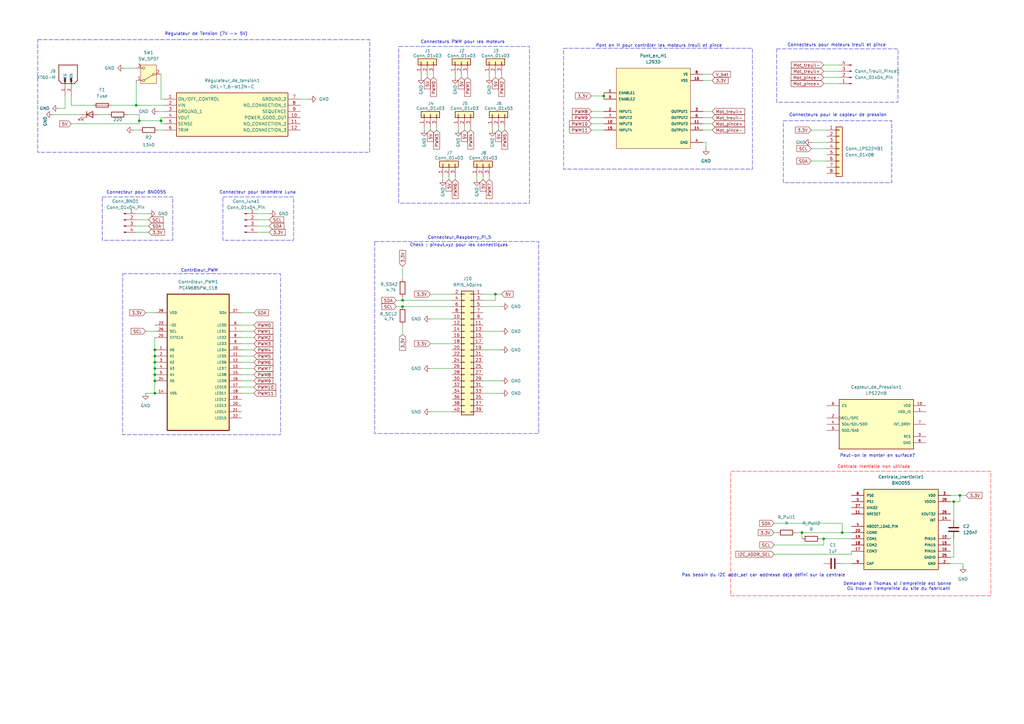
<source format=kicad_sch>
(kicad_sch (version 20250114) (generator "eeschema") (generator_version "9.0")
  (paper "A3")
  (title_block (title "Schéma de la carte électronique principale - Projet COBRA 2025") (date "2025-11-28") (company "ENS Paris-Saclay - Anis SAMLALI, Matisse Morote--Humbert, Lucie Stagnavo, Lisa Wu"))
  (rectangle (start 321.31 49.53) (end 365.76 74.93) (stroke (width 0) (type dash)))
  (rectangle (start 70.866 97.536) (end 70.866 97.536))
  (rectangle (start 120.396 97.536) (end 120.396 97.536))
  (rectangle (start 163.576 19.05) (end 217.17 83.312) (stroke (width 0) (type dash)))
  (rectangle (start 231.14 19.812) (end 308.61 69.342) (stroke (width 0) (type dash)))
  (rectangle (start 318.516 20.066) (end 368.3 41.91) (stroke (width 0) (type dash)))
  (rectangle (start 299.72 193.294) (end 406.4 244.348) (stroke (width 0) (type dash) (color 254 0 0 1)))
  (rectangle (start 50.292 112.268) (end 115.062 178.308) (stroke (width 0) (type dash)))
  (rectangle (start 15.494 16.256) (end 151.638 62.484) (stroke (width 0) (type dash)))
  (rectangle (start 91.44 80.772) (end 120.396 98.552) (stroke (width 0) (type dash)))
  (rectangle (start 41.91 80.772) (end 70.866 98.552) (stroke (width 0) (type dash)))
  (rectangle (start 153.67 99.06) (end 220.98 177.8) (stroke (width 0) (type dash)))
  (text "Pas beosin du I2C addr_sel car addresse déjà défini sur la centrale\n" (at 313.182 235.966 0) (effects (font (size 1.27 1.27))))
  (text "Pont en H pour contrôler les moteurs treuil et pince\n" (at 270.256 18.796 0) (effects (font (size 1.27 1.27))))
  (text "Connecteur_Raspberry_Pi_5\n" (at 188.468 97.536 0) (effects (font (size 1.27 1.27))))
  (text "Connecteurs PWM pour les moteurs \n" (at 190.246 17.272 0) (effects (font (size 1.27 1.27))))
  (text "Check : pinout.xyz pour les connectiques\n" (at 188.214 100.584 0) (effects (font (size 1.27 1.27))))
  (text "Régulateur de Tension (7V -> 5V)\n" (at 84.582 13.97 0) (effects (font (size 1.27 1.27))))
  (text "Connecteurs pour le capteur de pression\n" (at 343.662 47.244 0) (effects (font (size 1.27 1.27))))
  (text "Contrôleur_PWM\n" (at 81.788 110.998 0) (effects (font (size 1.27 1.27))))
  (text "Centrale Inertielle non utilisée\n" (at 358.394 191.516 0) (effects (font (size 1.27 1.27))))
  (text "Connecteurs pour moteurs treuil et pince" (at 343.154 18.542 0) (effects (font (size 1.27 1.27))))
  (text "Connecteur pour BNO055\n" (at 55.88 78.994 0) (effects (font (size 1.27 1.27))))
  (text "Demander à Thomas si l'empreinte est bonne \nOù trouver l'empreinte du site du fabricant\n" (at 368.554 240.538 0) (effects (font (size 1.27 1.27))))
  (text "Peut-on le monter en surface?" (at 359.918 186.944 0) (effects (font (size 1.27 1.27))))
  (text "Connecteur pour télémètre Luna\n\n\n" (at 105.664 81.026 0) (effects (font (size 1.27 1.27))))
  (junction (at 63.5 146.05))
  (junction (at 63.5 156.21))
  (junction (at 393.7 203.2))
  (junction (at 328.93 218.44))
  (junction (at 55.88 43.18))
  (junction (at 345.44 218.44))
  (junction (at 203.2 120.65))
  (junction (at 63.5 143.51))
  (junction (at 63.5 153.67))
  (junction (at 165.1 123.19))
  (junction (at 391.16 205.74))
  (junction (at 57.15 49.53))
  (junction (at 165.1 125.73))
  (junction (at 63.5 161.29))
  (junction (at 66.04 49.53))
  (junction (at 247.65 39.37))
  (junction (at 337.82 220.98))
  (junction (at 63.5 148.59))
  (junction (at 63.5 151.13))
  (wire (pts (xy 123.19 40.64) (xy 127 40.64)))
  (wire (pts (xy 59.69 128.27) (xy 63.5 128.27)))
  (wire (pts (xy 165.1 123.19) (xy 165.1 121.92)))
  (wire (pts (xy 332.74 58.42) (xy 339.09 58.42)))
  (wire (pts (xy 66.04 49.53) (xy 66.04 50.8)))
  (wire (pts (xy 165.1 109.22) (xy 165.1 114.3)))
  (wire (pts (xy 337.82 220.98) (xy 337.82 223.52)))
  (wire (pts (xy 105.41 92.71) (xy 110.49 92.71)))
  (wire (pts (xy 337.82 34.29) (xy 344.17 34.29)))
  (wire (pts (xy 172.72 30.48) (xy 172.72 31.75)))
  (wire (pts (xy 99.06 153.67) (xy 104.14 153.67)))
  (wire (pts (xy 99.06 158.75) (xy 104.14 158.75)))
  (wire (pts (xy 59.69 161.29) (xy 63.5 161.29)))
  (wire (pts (xy 337.82 29.21) (xy 344.17 29.21)))
  (wire (pts (xy 66.04 48.26) (xy 67.31 48.26)))
  (wire (pts (xy 389.89 203.2) (xy 393.7 203.2)))
  (wire (pts (xy 204.47 52.07) (xy 204.47 53.34)))
  (wire (pts (xy 29.21 43.18) (xy 38.1 43.18)))
  (wire (pts (xy 67.31 50.8) (xy 66.04 50.8)))
  (wire (pts (xy 337.82 220.98) (xy 349.25 220.98)))
  (wire (pts (xy 165.1 123.19) (xy 185.42 123.19)))
  (wire (pts (xy 187.96 52.07) (xy 187.96 53.34)))
  (wire (pts (xy 165.1 133.35) (xy 165.1 137.16)))
  (wire (pts (xy 175.26 30.48) (xy 175.26 31.75)))
  (wire (pts (xy 66.04 30.48) (xy 66.04 40.64)))
  (wire (pts (xy 336.55 220.98) (xy 337.82 220.98)))
  (wire (pts (xy 99.06 140.97) (xy 104.14 140.97)))
  (wire (pts (xy 29.21 50.8) (xy 57.15 50.8)))
  (wire (pts (xy 66.04 48.26) (xy 66.04 49.53)))
  (wire (pts (xy 191.77 30.48) (xy 191.77 31.75)))
  (wire (pts (xy 288.29 50.8) (xy 292.1 50.8)))
  (wire (pts (xy 63.5 143.51) (xy 63.5 146.05)))
  (wire (pts (xy 242.57 39.37) (xy 247.65 39.37)))
  (wire (pts (xy 349.25 227.33) (xy 349.25 226.06)))
  (wire (pts (xy 394.97 231.14) (xy 394.97 232.41)))
  (wire (pts (xy 332.74 60.96) (xy 339.09 60.96)))
  (wire (pts (xy 242.57 45.72) (xy 247.65 45.72)))
  (wire (pts (xy 198.12 123.19) (xy 203.2 123.19)))
  (wire (pts (xy 195.58 72.39) (xy 195.58 73.66)))
  (wire (pts (xy 242.57 53.34) (xy 247.65 53.34)))
  (wire (pts (xy 205.74 30.48) (xy 205.74 31.75)))
  (wire (pts (xy 198.12 135.89) (xy 205.74 135.89)))
  (wire (pts (xy 177.8 30.48) (xy 177.8 31.75)))
  (wire (pts (xy 63.5 156.21) (xy 63.5 161.29)))
  (wire (pts (xy 59.69 135.89) (xy 63.5 135.89)))
  (wire (pts (xy 66.04 40.64) (xy 67.31 40.64)))
  (wire (pts (xy 99.06 146.05) (xy 104.14 146.05)))
  (wire (pts (xy 391.16 213.36) (xy 391.16 205.74)))
  (wire (pts (xy 50.8 27.94) (xy 55.88 27.94)))
  (wire (pts (xy 345.44 218.44) (xy 349.25 218.44)))
  (wire (pts (xy 198.12 161.29) (xy 205.74 161.29)))
  (wire (pts (xy 63.5 148.59) (xy 63.5 151.13)))
  (wire (pts (xy 189.23 30.48) (xy 189.23 31.75)))
  (wire (pts (xy 162.56 123.19) (xy 165.1 123.19)))
  (wire (pts (xy 317.5 214.63) (xy 345.44 214.63)))
  (wire (pts (xy 63.5 151.13) (xy 63.5 153.67)))
  (wire (pts (xy 57.15 46.99) (xy 57.15 49.53)))
  (wire (pts (xy 44.45 46.99) (xy 40.64 46.99)))
  (wire (pts (xy 198.12 143.51) (xy 205.74 143.51)))
  (wire (pts (xy 186.69 72.39) (xy 186.69 73.66)))
  (wire (pts (xy 176.53 151.13) (xy 185.42 151.13)))
  (wire (pts (xy 57.15 49.53) (xy 57.15 50.8)))
  (wire (pts (xy 203.2 120.65) (xy 205.74 120.65)))
  (wire (pts (xy 55.88 43.18) (xy 67.31 43.18)))
  (wire (pts (xy 55.88 33.02) (xy 55.88 43.18)))
  (wire (pts (xy 288.29 58.42) (xy 289.56 58.42)))
  (wire (pts (xy 193.04 52.07) (xy 193.04 53.34)))
  (wire (pts (xy 247.65 38.1) (xy 247.65 39.37)))
  (wire (pts (xy 29.21 43.18) (xy 29.21 39.37)))
  (wire (pts (xy 242.57 48.26) (xy 247.65 48.26)))
  (wire (pts (xy 288.29 48.26) (xy 292.1 48.26)))
  (wire (pts (xy 391.16 205.74) (xy 393.7 205.74)))
  (wire (pts (xy 393.7 203.2) (xy 396.24 203.2)))
  (wire (pts (xy 33.02 46.99) (xy 21.59 46.99)))
  (wire (pts (xy 317.5 227.33) (xy 349.25 227.33)))
  (wire (pts (xy 55.88 92.71) (xy 60.96 92.71)))
  (wire (pts (xy 173.99 52.07) (xy 173.99 53.34)))
  (wire (pts (xy 201.93 52.07) (xy 201.93 53.34)))
  (wire (pts (xy 198.12 156.21) (xy 205.74 156.21)))
  (wire (pts (xy 389.89 231.14) (xy 394.97 231.14)))
  (wire (pts (xy 176.53 130.81) (xy 185.42 130.81)))
  (wire (pts (xy 198.12 72.39) (xy 198.12 73.66)))
  (wire (pts (xy 207.01 52.07) (xy 207.01 53.34)))
  (wire (pts (xy 337.82 31.75) (xy 344.17 31.75)))
  (wire (pts (xy 176.53 120.65) (xy 185.42 120.65)))
  (wire (pts (xy 99.06 151.13) (xy 104.14 151.13)))
  (wire (pts (xy 99.06 143.51) (xy 104.14 143.51)))
  (wire (pts (xy 64.77 45.72) (xy 67.31 45.72)))
  (wire (pts (xy 190.5 52.07) (xy 190.5 53.34)))
  (wire (pts (xy 55.88 95.25) (xy 60.96 95.25)))
  (wire (pts (xy 162.56 125.73) (xy 165.1 125.73)))
  (wire (pts (xy 179.07 52.07) (xy 179.07 53.34)))
  (wire (pts (xy 52.07 46.99) (xy 57.15 46.99)))
  (wire (pts (xy 242.57 50.8) (xy 247.65 50.8)))
  (wire (pts (xy 200.66 72.39) (xy 200.66 73.66)))
  (wire (pts (xy 63.5 146.05) (xy 63.5 148.59)))
  (wire (pts (xy 332.74 66.04) (xy 339.09 66.04)))
  (wire (pts (xy 99.06 133.35) (xy 104.14 133.35)))
  (wire (pts (xy 99.06 138.43) (xy 104.14 138.43)))
  (wire (pts (xy 176.53 140.97) (xy 185.42 140.97)))
  (wire (pts (xy 328.93 218.44) (xy 345.44 218.44)))
  (wire (pts (xy 288.29 30.48) (xy 292.1 30.48)))
  (wire (pts (xy 45.72 43.18) (xy 55.88 43.18)))
  (wire (pts (xy 105.41 90.17) (xy 110.49 90.17)))
  (wire (pts (xy 247.65 39.37) (xy 247.65 40.64)))
  (wire (pts (xy 105.41 95.25) (xy 110.49 95.25)))
  (wire (pts (xy 26.67 39.37) (xy 26.67 44.45)))
  (wire (pts (xy 391.16 220.98) (xy 391.16 228.6)))
  (wire (pts (xy 203.2 123.19) (xy 203.2 120.65)))
  (wire (pts (xy 63.5 153.67) (xy 63.5 156.21)))
  (wire (pts (xy 332.74 53.34) (xy 339.09 53.34)))
  (wire (pts (xy 63.5 138.43) (xy 63.5 143.51)))
  (wire (pts (xy 26.67 44.45) (xy 24.13 44.45)))
  (wire (pts (xy 186.69 30.48) (xy 186.69 31.75)))
  (wire (pts (xy 200.66 30.48) (xy 200.66 31.75)))
  (wire (pts (xy 317.5 223.52) (xy 337.82 223.52)))
  (wire (pts (xy 55.88 87.63) (xy 60.96 87.63)))
  (wire (pts (xy 198.12 120.65) (xy 203.2 120.65)))
  (wire (pts (xy 326.39 218.44) (xy 328.93 218.44)))
  (wire (pts (xy 393.7 205.74) (xy 393.7 203.2)))
  (wire (pts (xy 99.06 148.59) (xy 104.14 148.59)))
  (wire (pts (xy 288.29 45.72) (xy 292.1 45.72)))
  (wire (pts (xy 105.41 87.63) (xy 110.49 87.63)))
  (wire (pts (xy 54.61 53.34) (xy 57.15 53.34)))
  (wire (pts (xy 337.82 26.67) (xy 344.17 26.67)))
  (wire (pts (xy 99.06 135.89) (xy 104.14 135.89)))
  (wire (pts (xy 288.29 33.02) (xy 292.1 33.02)))
  (wire (pts (xy 198.12 125.73) (xy 205.74 125.73)))
  (wire (pts (xy 57.15 49.53) (xy 66.04 49.53)))
  (wire (pts (xy 165.1 125.73) (xy 185.42 125.73)))
  (wire (pts (xy 391.16 228.6) (xy 389.89 228.6)))
  (wire (pts (xy 289.56 58.42) (xy 289.56 60.96)))
  (wire (pts (xy 328.93 218.44) (xy 328.93 220.98)))
  (wire (pts (xy 389.89 205.74) (xy 391.16 205.74)))
  (wire (pts (xy 99.06 128.27) (xy 104.14 128.27)))
  (wire (pts (xy 345.44 231.14) (xy 349.25 231.14)))
  (wire (pts (xy 99.06 156.21) (xy 104.14 156.21)))
  (wire (pts (xy 176.53 52.07) (xy 176.53 53.34)))
  (wire (pts (xy 64.77 53.34) (xy 67.31 53.34)))
  (wire (pts (xy 203.2 30.48) (xy 203.2 31.75)))
  (wire (pts (xy 99.06 161.29) (xy 104.14 161.29)))
  (wire (pts (xy 345.44 214.63) (xy 345.44 218.44)))
  (wire (pts (xy 55.88 90.17) (xy 60.96 90.17)))
  (wire (pts (xy 176.53 168.91) (xy 185.42 168.91)))
  (wire (pts (xy 184.15 72.39) (xy 184.15 73.66)))
  (wire (pts (xy 317.5 218.44) (xy 318.77 218.44)))
  (wire (pts (xy 288.29 53.34) (xy 292.1 53.34)))
  (wire (pts (xy 181.61 72.39) (xy 181.61 73.66)))
  (global_label "Mot_pince-" (shape input) (at 292.1 53.34 0) (property "Intersheetrefs" "${INTERSHEET_REFS}" (effects (hide yes))))
  (global_label "3.3V" (shape input) (at 110.49 95.25 0) (property "Intersheetrefs" "${INTERSHEET_REFS}" (effects (hide yes))))
  (global_label "PWM3" (shape input) (at 104.14 140.97 0) (property "Intersheetrefs" "${INTERSHEET_REFS}" (effects (hide yes))))
  (global_label "5V" (shape input) (at 190.5 53.34 270) (property "Intersheetrefs" "${INTERSHEET_REFS}" (effects (hide yes))))
  (global_label "PWM0" (shape input) (at 177.8 31.75 270) (property "Intersheetrefs" "${INTERSHEET_REFS}" (effects (hide yes))))
  (global_label "5V" (shape input) (at 175.26 31.75 270) (property "Intersheetrefs" "${INTERSHEET_REFS}" (effects (hide yes))))
  (global_label "PWM7" (shape input) (at 200.66 73.66 270) (property "Intersheetrefs" "${INTERSHEET_REFS}" (effects (hide yes))))
  (global_label "PWM4" (shape input) (at 193.04 53.34 270) (property "Intersheetrefs" "${INTERSHEET_REFS}" (effects (hide yes))))
  (global_label "PWM3" (shape input) (at 179.07 53.34 270) (property "Intersheetrefs" "${INTERSHEET_REFS}" (effects (hide yes))))
  (global_label "SDA" (shape input) (at 104.14 128.27 0) (property "Intersheetrefs" "${INTERSHEET_REFS}" (effects (hide yes))))
  (global_label "3.3V" (shape input) (at 165.1 109.22 90) (property "Intersheetrefs" "${INTERSHEET_REFS}" (effects (hide yes))))
  (global_label "PWM8" (shape input) (at 104.14 153.67 0) (property "Intersheetrefs" "${INTERSHEET_REFS}" (effects (hide yes))))
  (global_label "5V" (shape input) (at 189.23 31.75 270) (property "Intersheetrefs" "${INTERSHEET_REFS}" (effects (hide yes))))
  (global_label "PWM0" (shape input) (at 104.14 133.35 0) (property "Intersheetrefs" "${INTERSHEET_REFS}" (effects (hide yes))))
  (global_label "I2C_ADDR_SEL" (shape input) (at 317.5 227.33 180) (property "Intersheetrefs" "${INTERSHEET_REFS}" (effects (hide yes))))
  (global_label "SCL" (shape input) (at 110.49 90.17 0) (property "Intersheetrefs" "${INTERSHEET_REFS}" (effects (hide yes))))
  (global_label "PWM9" (shape input) (at 104.14 156.21 0) (property "Intersheetrefs" "${INTERSHEET_REFS}" (effects (hide yes))))
  (global_label "SDA" (shape input) (at 332.74 66.04 180) (property "Intersheetrefs" "${INTERSHEET_REFS}" (effects (hide yes))))
  (global_label "SDA" (shape input) (at 317.5 214.63 180) (property "Intersheetrefs" "${INTERSHEET_REFS}" (effects (hide yes))))
  (global_label "SCL" (shape input) (at 317.5 223.52 180) (property "Intersheetrefs" "${INTERSHEET_REFS}" (effects (hide yes))))
  (global_label "3.3V" (shape input) (at 317.5 218.44 180) (property "Intersheetrefs" "${INTERSHEET_REFS}" (effects (hide yes))))
  (global_label "PWM5" (shape input) (at 104.14 146.05 0) (property "Intersheetrefs" "${INTERSHEET_REFS}" (effects (hide yes))))
  (global_label "Mot_treuil-" (shape input) (at 292.1 48.26 0) (property "Intersheetrefs" "${INTERSHEET_REFS}" (effects (hide yes))))
  (global_label "SCL" (shape input) (at 59.69 135.89 180) (property "Intersheetrefs" "${INTERSHEET_REFS}" (effects (hide yes))))
  (global_label "5V" (shape input) (at 204.47 53.34 270) (property "Intersheetrefs" "${INTERSHEET_REFS}" (effects (hide yes))))
  (global_label "PWM1" (shape input) (at 104.14 135.89 0) (property "Intersheetrefs" "${INTERSHEET_REFS}" (effects (hide yes))))
  (global_label "PWM4" (shape input) (at 104.14 143.51 0) (property "Intersheetrefs" "${INTERSHEET_REFS}" (effects (hide yes))))
  (global_label "PWM10" (shape input) (at 242.57 50.8 180) (property "Intersheetrefs" "${INTERSHEET_REFS}" (effects (hide yes))))
  (global_label "PWM2" (shape input) (at 104.14 138.43 0) (property "Intersheetrefs" "${INTERSHEET_REFS}" (effects (hide yes))))
  (global_label "SCL" (shape input) (at 332.74 60.96 180) (property "Intersheetrefs" "${INTERSHEET_REFS}" (effects (hide yes))))
  (global_label "3.3V" (shape input) (at 176.53 140.97 180) (property "Intersheetrefs" "${INTERSHEET_REFS}" (effects (hide yes))))
  (global_label "3.3V" (shape input) (at 59.69 128.27 180) (property "Intersheetrefs" "${INTERSHEET_REFS}" (effects (hide yes))))
  (global_label "PWM5" (shape input) (at 207.01 53.34 270) (property "Intersheetrefs" "${INTERSHEET_REFS}" (effects (hide yes))))
  (global_label "SDA" (shape input) (at 162.56 123.19 180) (property "Intersheetrefs" "${INTERSHEET_REFS}" (effects (hide yes))))
  (global_label "Mot_pince-" (shape input) (at 337.82 31.75 180) (property "Intersheetrefs" "${INTERSHEET_REFS}" (effects (hide yes))))
  (global_label "PWM2" (shape input) (at 205.74 31.75 270) (property "Intersheetrefs" "${INTERSHEET_REFS}" (effects (hide yes))))
  (global_label "Mot_treuil-" (shape input) (at 337.82 26.67 180) (property "Intersheetrefs" "${INTERSHEET_REFS}" (effects (hide yes))))
  (global_label "PWM8" (shape input) (at 242.57 45.72 180) (property "Intersheetrefs" "${INTERSHEET_REFS}" (effects (hide yes))))
  (global_label "5V" (shape input) (at 203.2 31.75 270) (property "Intersheetrefs" "${INTERSHEET_REFS}" (effects (hide yes))))
  (global_label "PWM11" (shape input) (at 104.14 161.29 0) (property "Intersheetrefs" "${INTERSHEET_REFS}" (effects (hide yes))))
  (global_label "3.3V" (shape input) (at 292.1 33.02 0) (property "Intersheetrefs" "${INTERSHEET_REFS}" (effects (hide yes))))
  (global_label "PWM1" (shape input) (at 191.77 31.75 270) (property "Intersheetrefs" "${INTERSHEET_REFS}" (effects (hide yes))))
  (global_label "5V" (shape input) (at 205.74 120.65 0) (property "Intersheetrefs" "${INTERSHEET_REFS}" (effects (hide yes))))
  (global_label "PWM7" (shape input) (at 104.14 151.13 0) (property "Intersheetrefs" "${INTERSHEET_REFS}" (effects (hide yes))))
  (global_label "5V" (shape input) (at 198.12 73.66 270) (property "Intersheetrefs" "${INTERSHEET_REFS}" (effects (hide yes))))
  (global_label "5V" (shape input) (at 29.21 50.8 180) (property "Intersheetrefs" "${INTERSHEET_REFS}" (effects (hide yes))))
  (global_label "SDA" (shape input) (at 110.49 92.71 0) (property "Intersheetrefs" "${INTERSHEET_REFS}" (effects (hide yes))))
  (global_label "SCL" (shape input) (at 60.96 90.17 0) (property "Intersheetrefs" "${INTERSHEET_REFS}" (effects (hide yes))))
  (global_label "5V" (shape input) (at 176.53 53.34 270) (property "Intersheetrefs" "${INTERSHEET_REFS}" (effects (hide yes))))
  (global_label "3.3V" (shape input) (at 165.1 137.16 270) (property "Intersheetrefs" "${INTERSHEET_REFS}" (effects (hide yes))))
  (global_label "PWM6" (shape input) (at 104.14 148.59 0) (property "Intersheetrefs" "${INTERSHEET_REFS}" (effects (hide yes))))
  (global_label "Mot_pince+" (shape input) (at 292.1 50.8 0) (property "Intersheetrefs" "${INTERSHEET_REFS}" (effects (hide yes))))
  (global_label "3.3V" (shape input) (at 396.24 203.2 0) (property "Intersheetrefs" "${INTERSHEET_REFS}" (effects (hide yes))))
  (global_label "3.3V" (shape input) (at 176.53 120.65 180) (property "Intersheetrefs" "${INTERSHEET_REFS}" (effects (hide yes))))
  (global_label "Mot_pince+" (shape input) (at 337.82 34.29 180) (property "Intersheetrefs" "${INTERSHEET_REFS}" (effects (hide yes))))
  (global_label "Mot_treuil+" (shape input) (at 337.82 29.21 180) (property "Intersheetrefs" "${INTERSHEET_REFS}" (effects (hide yes))))
  (global_label "3.3V" (shape input) (at 60.96 95.25 0) (property "Intersheetrefs" "${INTERSHEET_REFS}" (effects (hide yes))))
  (global_label "3.3V" (shape input) (at 242.57 39.37 180) (property "Intersheetrefs" "${INTERSHEET_REFS}" (effects (hide yes))))
  (global_label "3.3V" (shape input) (at 332.74 53.34 180) (property "Intersheetrefs" "${INTERSHEET_REFS}" (effects (hide yes))))
  (global_label "PWM6" (shape input) (at 186.69 73.66 270) (property "Intersheetrefs" "${INTERSHEET_REFS}" (effects (hide yes))))
  (global_label "PWM9" (shape input) (at 242.57 48.26 180) (property "Intersheetrefs" "${INTERSHEET_REFS}" (effects (hide yes))))
  (global_label "PWM10" (shape input) (at 104.14 158.75 0) (property "Intersheetrefs" "${INTERSHEET_REFS}" (effects (hide yes))))
  (global_label "PWM11" (shape input) (at 242.57 53.34 180) (property "Intersheetrefs" "${INTERSHEET_REFS}" (effects (hide yes))))
  (global_label "5V" (shape input) (at 184.15 73.66 270) (property "Intersheetrefs" "${INTERSHEET_REFS}" (effects (hide yes))))
  (global_label "V_bat" (shape input) (at 292.1 30.48 0) (property "Intersheetrefs" "${INTERSHEET_REFS}" (effects (hide yes))))
  (global_label "Mot_treuil+" (shape input) (at 292.1 45.72 0) (property "Intersheetrefs" "${INTERSHEET_REFS}" (effects (hide yes))))
  (global_label "SDA" (shape input) (at 60.96 92.71 0) (property "Intersheetrefs" "${INTERSHEET_REFS}" (effects (hide yes))))
  (global_label "SCL" (shape input) (at 162.56 125.73 180) (property "Intersheetrefs" "${INTERSHEET_REFS}" (effects (hide yes))))
  (symbol (lib_id "Librairie_symbole:LPS22HB") (at 359.41 173.99 0) (unit 1) (on_board no)
    (property "Reference" "Capteur_de_Pression1" (at 359.41 158.75 0))
    (property "Value" "LPS22HB" (at 359.41 161.29 0))
    (property "Footprint" "LPS22HB:LGA10R50P2X3_200X200X80" (effects (hide yes)))
    (property "MF" "STMicroelectronics" (effects (hide yes)))
    (property "Description_1" "Pressure Sensor 3.77PSI ~ 18.27PSI (26kPa ~ 126kPa) Absolute  24 b 10-WFLGA Exposed Pad" (effects (hide yes)))
    (property "Package" "WFLGA-10 STMicroelectronics" (effects (hide yes)))
    (property "Price" "None" (effects (hide yes)))
    (property "Check_prices" "https://www.snapeda.com/parts/LPS22HB/STMicroelectronics/view-part/?ref=eda" (effects (hide yes)))
    (property "SnapEDA_Link" "https://www.snapeda.com/parts/LPS22HB/STMicroelectronics/view-part/?ref=snap" (effects (hide yes)))
    (property "MP" "LPS22HB" (effects (hide yes)))
    (property "Availability" "In Stock" (effects (hide yes)))
    (property "MANUFACTURER" "ST Microelectronics" (effects (hide yes)))
  )
  (symbol (lib_id "Device:R") (at 322.58 218.44 90) (unit 1) (on_board no)
    (property "Reference" "R_Pull1" (at 322.58 212.09 90))
    (property "Value" "R" (at 322.58 214.63 90))
    (property "Description" "Resistor" (effects (hide yes)))
  )
  (symbol (lib_id "Device:LED") (at 36.83 46.99 0) (unit 1)
    (property "Reference" "D1" (effects (hide yes)))
    (property "Value" "LED" (effects (hide yes)))
    (property "Footprint" "LED_SMD:LED_0805_2012Metric" (effects (hide yes)))
    (property "Description" "Light emitting diode" (effects (hide yes)))
    (property "Sim.Pins" "1=K 2=A" (effects (hide yes)))
  )
  (symbol (lib_id "power:GND") (at 205.74 125.73 90) (unit 1) (on_board no)
    (property "Reference" "#PWR022" (effects (hide yes)))
    (property "Value" "GND" (at 209.55 125.7299 90) (effects (justify right)))
    (property "Description" "Power symbol creates a global label with name \"GND\" , ground" (effects (hide yes)))
  )
  (symbol (lib_id "power:GND") (at 127 40.64 90) (unit 1)
    (property "Reference" "#PWR01" (effects (hide yes)))
    (property "Value" "GND" (at 130.81 40.6399 90) (effects (justify right)))
    (property "Description" "Power symbol creates a global label with name \"GND\" , ground" (effects (hide yes)))
  )
  (symbol (lib_id "power:GND") (at 205.74 156.21 90) (unit 1) (on_board no)
    (property "Reference" "#PWR027" (effects (hide yes)))
    (property "Value" "GND" (at 209.55 156.2099 90) (effects (justify right)))
    (property "Description" "Power symbol creates a global label with name \"GND\" , ground" (effects (hide yes)))
  )
  (symbol (lib_id "Device:R") (at 332.74 220.98 90) (unit 1) (on_board no)
    (property "Reference" "R_Pull2" (at 332.74 214.63 90))
    (property "Value" "R" (at 332.74 217.17 90))
    (property "Description" "Resistor" (effects (hide yes)))
  )
  (symbol (lib_id "power:GND") (at 59.69 161.29 0) (unit 1)
    (property "Reference" "#PWR08" (effects (hide yes)))
    (property "Value" "GND" (at 59.69 166.37 0))
    (property "Description" "Power symbol creates a global label with name \"GND\" , ground" (effects (hide yes)))
  )
  (symbol (lib_id "power:GND") (at 50.8 27.94 270) (unit 1)
    (property "Reference" "#PWR02" (effects (hide yes)))
    (property "Value" "GND" (at 46.99 27.9399 90) (effects (justify right)))
    (property "Description" "Power symbol creates a global label with name \"GND\" , ground" (effects (hide yes)))
  )
  (symbol (lib_id "power:GND") (at 205.74 143.51 90) (unit 1) (on_board no)
    (property "Reference" "#PWR025" (effects (hide yes)))
    (property "Value" "GND" (at 209.55 143.5099 90) (effects (justify right)))
    (property "Description" "Power symbol creates a global label with name \"GND\" , ground" (effects (hide yes)))
  )
  (symbol (lib_id "power:GND") (at 195.58 73.66 0) (unit 1)
    (property "Reference" "#PWR017" (effects (hide yes)))
    (property "Value" "GND" (at 195.58 78.74 90))
    (property "Description" "Power symbol creates a global label with name \"GND\" , ground" (effects (hide yes)))
  )
  (symbol (lib_id "Device:C") (at 341.63 231.14 90) (unit 1) (on_board no)
    (property "Reference" "C1" (at 341.63 223.52 90))
    (property "Value" "1uF" (at 341.63 226.06 90))
    (property "Description" "Unpolarized capacitor" (effects (hide yes)))
  )
  (symbol (lib_id "Connector_Generic:Conn_01x03") (at 175.26 25.4 90) (unit 1)
    (property "Reference" "J1" (at 174.244 20.828 90) (effects (justify right)))
    (property "Value" "Conn_01x03" (at 169.418 22.86 90) (effects (justify right)))
    (property "Footprint" "Connector_PinHeader_2.54mm:PinHeader_1x03_P2.54mm_Vertical" (effects (hide yes)))
    (property "Description" "Generic connector, single row, 01x03, script generated (kicad-library-utils/schlib/autogen/connector/)" (effects (hide yes)))
  )
  (symbol (lib_id "Connector_Generic:Conn_01x03") (at 184.15 67.31 90) (unit 1)
    (property "Reference" "J7" (at 183.134 62.738 90) (effects (justify right)))
    (property "Value" "Conn_01x03" (at 178.308 64.77 90) (effects (justify right)))
    (property "Footprint" "Connector_PinHeader_2.54mm:PinHeader_1x03_P2.54mm_Vertical" (effects (hide yes)))
    (property "Description" "Generic connector, single row, 01x03, script generated (kicad-library-utils/schlib/autogen/connector/)" (effects (hide yes)))
  )
  (symbol (lib_id "Device:R") (at 60.96 53.34 270) (unit 1)
    (property "Reference" "R2" (at 60.96 56.388 90))
    (property "Value" "1340" (at 60.96 59.436 90))
    (property "Footprint" "Resistor_SMD:R_1206_3216Metric_Pad1.30x1.75mm_HandSolder" (effects (hide yes)))
    (property "Description" "Resistor" (effects (hide yes)))
  )
  (symbol (lib_id "power:GND") (at 64.77 45.72 270) (unit 1)
    (property "Reference" "#PWR06" (effects (hide yes)))
    (property "Value" "GND" (at 60.96 45.7199 90) (effects (justify right)))
    (property "Description" "Power symbol creates a global label with name \"GND\" , ground" (effects (hide yes)))
  )
  (symbol (lib_id "power:GND") (at 201.93 53.34 0) (unit 1)
    (property "Reference" "#PWR015" (effects (hide yes)))
    (property "Value" "GND" (at 201.93 58.42 90))
    (property "Description" "Power symbol creates a global label with name \"GND\" , ground" (effects (hide yes)))
  )
  (symbol (lib_id "Device:R") (at 165.1 118.11 0) (unit 1)
    (property "Reference" "R_SDA2" (at 155.956 116.586 0) (effects (justify left)))
    (property "Value" "4,7k" (at 158.242 118.872 0) (effects (justify left)))
    (property "Footprint" "Resistor_SMD:R_1206_3216Metric_Pad1.30x1.75mm_HandSolder" (effects (hide yes)))
    (property "Description" "Resistor" (effects (hide yes)))
  )
  (symbol (lib_id "Device:R") (at 48.26 46.99 90) (unit 1)
    (property "Reference" "R1" (effects (hide yes)))
    (property "Value" "220" (at 48.26 49.022 90))
    (property "Footprint" "Resistor_SMD:R_1206_3216Metric_Pad1.30x1.75mm_HandSolder" (effects (hide yes)))
    (property "Description" "Resistor" (effects (hide yes)))
  )
  (symbol (lib_id "Connector_Generic:Conn_01x03") (at 203.2 25.4 90) (unit 1)
    (property "Reference" "J3" (at 202.184 20.828 90) (effects (justify right)))
    (property "Value" "Conn_01x03" (at 197.358 22.86 90) (effects (justify right)))
    (property "Footprint" "Connector_PinHeader_2.54mm:PinHeader_1x03_P2.54mm_Vertical" (effects (hide yes)))
    (property "Description" "Generic connector, single row, 01x03, script generated (kicad-library-utils/schlib/autogen/connector/)" (effects (hide yes)))
  )
  (symbol (lib_id "Switch:SW_SPDT") (at 60.96 30.48 180) (unit 1)
    (property "Reference" "SW1" (at 60.96 21.59 0))
    (property "Value" "SW_SPDT" (at 60.96 24.13 0))
    (property "Footprint" "Button_Switch_THT:SW_Slide_SPDT_Straight_CK_OS102011MS2Q" (effects (hide yes)))
    (property "Description" "Switch, single pole double throw" (effects (hide yes)))
  )
  (symbol (lib_id "power:GND") (at 205.74 135.89 90) (unit 1) (on_board no)
    (property "Reference" "#PWR024" (effects (hide yes)))
    (property "Value" "GND" (at 209.55 135.8899 90) (effects (justify right)))
    (property "Description" "Power symbol creates a global label with name \"GND\" , ground" (effects (hide yes)))
  )
  (symbol (lib_id "Librairie_symbole:BNO055") (at 369.57 215.9 0) (unit 1) (on_board no)
    (property "Reference" "Centrale_Inertielle1" (at 369.57 195.58 0))
    (property "Value" "BNO055" (at 369.57 198.12 0))
    (property "Footprint" "BNO055:LGA28R50P4X10_380X520X100" (effects (hide yes)))
    (property "MF" "Bosch" (effects (hide yes)))
    (property "Description_1" "BNO055 series Accelerometer, Gyroscope, Magnetometer, 3 Axis Sensor Evaluation Board" (effects (hide yes)))
    (property "Package" "LGA-28 Bosch" (effects (hide yes)))
    (property "Price" "None" (effects (hide yes)))
    (property "Check_prices" "https://www.snapeda.com/parts/BNO055/Bosch/view-part/?ref=eda" (effects (hide yes)))
    (property "SnapEDA_Link" "https://www.snapeda.com/parts/BNO055/Bosch/view-part/?ref=snap" (effects (hide yes)))
    (property "MP" "BNO055" (effects (hide yes)))
    (property "Availability" "In Stock" (effects (hide yes)))
    (property "MANUFACTURER" "BOSCH" (effects (hide yes)))
  )
  (symbol (lib_id "power:GND") (at 394.97 232.41 0) (unit 1) (on_board no)
    (property "Reference" "#PWR07" (effects (hide yes)))
    (property "Value" "GND" (at 394.97 237.49 0))
    (property "Description" "Power symbol creates a global label with name \"GND\" , ground" (effects (hide yes)))
  )
  (symbol (lib_id "Connector_Generic:Conn_01x03") (at 176.53 46.99 90) (unit 1)
    (property "Reference" "J4" (at 175.514 42.418 90) (effects (justify right)))
    (property "Value" "Conn_01x03" (at 170.688 44.45 90) (effects (justify right)))
    (property "Footprint" "Connector_PinHeader_2.54mm:PinHeader_1x03_P2.54mm_Vertical" (effects (hide yes)))
    (property "Description" "Generic connector, single row, 01x03, script generated (kicad-library-utils/schlib/autogen/connector/)" (effects (hide yes)))
  )
  (symbol (lib_id "Connector:Conn_01x04_Pin") (at 349.25 31.75 180) (unit 1)
    (property "Reference" "Conn_Treuil_Pince1" (at 350.52 29.2099 0) (effects (justify right)))
    (property "Value" "Conn_01x04_Pin" (at 350.52 31.7499 0) (effects (justify right)))
    (property "Footprint" "Connector_PinSocket_2.54mm:PinSocket_1x04_P2.54mm_Vertical" (effects (hide yes)))
    (property "Description" "Generic connector, single row, 01x04, script generated" (effects (hide yes)))
  )
  (symbol (lib_id "power:GND") (at 60.96 87.63 90) (unit 1)
    (property "Reference" "#PWR018" (effects (hide yes)))
    (property "Value" "GND" (at 64.77 87.6299 90) (effects (justify right)))
    (property "Description" "Power symbol creates a global label with name \"GND\" , ground" (effects (hide yes)))
  )
  (symbol (lib_id "power:GND") (at 172.72 31.75 0) (unit 1)
    (property "Reference" "#PWR010" (effects (hide yes)))
    (property "Value" "GND" (at 172.72 36.83 90))
    (property "Description" "Power symbol creates a global label with name \"GND\" , ground" (effects (hide yes)))
  )
  (symbol (lib_id "power:GND") (at 24.13 44.45 270) (unit 1)
    (property "Reference" "#PWR04" (effects (hide yes)))
    (property "Value" "GND" (at 20.32 44.4499 90) (effects (justify right)))
    (property "Description" "Power symbol creates a global label with name \"GND\" , ground" (effects (hide yes)))
  )
  (symbol (lib_id "power:GND") (at 181.61 73.66 0) (unit 1)
    (property "Reference" "#PWR016" (effects (hide yes)))
    (property "Value" "GND" (at 181.61 78.74 90))
    (property "Description" "Power symbol creates a global label with name \"GND\" , ground" (effects (hide yes)))
  )
  (symbol (lib_id "Connector_Generic:Conn_01x03") (at 190.5 46.99 90) (unit 1)
    (property "Reference" "J5" (at 189.484 42.418 90) (effects (justify right)))
    (property "Value" "Conn_01x03" (at 184.658 44.45 90) (effects (justify right)))
    (property "Footprint" "Connector_PinHeader_2.54mm:PinHeader_1x03_P2.54mm_Vertical" (effects (hide yes)))
    (property "Description" "Generic connector, single row, 01x03, script generated (kicad-library-utils/schlib/autogen/connector/)" (effects (hide yes)))
  )
  (symbol (lib_id "power:GND") (at 289.56 60.96 0) (unit 1)
    (property "Reference" "#PWR09" (effects (hide yes)))
    (property "Value" "GND" (at 289.56 66.04 0))
    (property "Description" "Power symbol creates a global label with name \"GND\" , ground" (effects (hide yes)))
  )
  (symbol (lib_id "Connector:Conn_01x04_Pin") (at 50.8 90.17 0) (unit 1)
    (property "Reference" "Conn_BNO1" (at 51.435 82.55 0))
    (property "Value" "Conn_01x04_Pin" (at 51.562 85.09 0))
    (property "Footprint" "Connector_PinSocket_2.54mm:PinSocket_1x04_P2.54mm_Vertical" (effects (hide yes)))
    (property "Description" "Generic connector, single row, 01x04, script generated" (effects (hide yes)))
  )
  (symbol (lib_id "Connector_Generic:Conn_01x08") (at 344.17 60.96 0) (unit 1)
    (property "Reference" "Conn_LPS22HB1" (at 346.71 60.9599 0) (effects (justify left)))
    (property "Value" "Conn_01x08" (at 346.71 63.4999 0) (effects (justify left)))
    (property "Footprint" "Connector_PinSocket_2.54mm:PinSocket_1x08_P2.54mm_Vertical" (effects (hide yes)))
    (property "Description" "Generic connector, single row, 01x08, script generated (kicad-library-utils/schlib/autogen/connector/)" (effects (hide yes)))
  )
  (symbol (lib_id "Device:R") (at 165.1 129.54 0) (unit 1)
    (property "Reference" "R_SCL2" (at 155.702 128.778 0) (effects (justify left)))
    (property "Value" "4,7k" (at 157.48 130.81 0) (effects (justify left)))
    (property "Footprint" "Resistor_SMD:R_1206_3216Metric_Pad1.30x1.75mm_HandSolder" (effects (hide yes)))
    (property "Description" "Resistor" (effects (hide yes)))
  )
  (symbol (lib_id "power:GND") (at 332.74 58.42 270) (unit 1)
    (property "Reference" "#PWR021" (effects (hide yes)))
    (property "Value" "GND" (at 330.454 58.42 90) (effects (justify right)))
    (property "Description" "Power symbol creates a global label with name \"GND\" , ground" (effects (hide yes)))
  )
  (symbol (lib_id "power:GND") (at 110.49 87.63 90) (unit 1)
    (property "Reference" "#PWR019" (effects (hide yes)))
    (property "Value" "GND" (at 114.3 87.6299 90) (effects (justify right)))
    (property "Description" "Power symbol creates a global label with name \"GND\" , ground" (effects (hide yes)))
  )
  (symbol (lib_id "Device:C") (at 391.16 217.17 180) (unit 1) (on_board no)
    (property "Reference" "C2" (at 394.97 215.8999 0) (effects (justify right)))
    (property "Value" "120nF" (at 394.97 218.4399 0) (effects (justify right)))
    (property "Description" "Unpolarized capacitor" (effects (hide yes)))
  )
  (symbol (lib_id "power:GND") (at 173.99 53.34 0) (unit 1)
    (property "Reference" "#PWR013" (effects (hide yes)))
    (property "Value" "GND" (at 173.99 58.42 90))
    (property "Description" "Power symbol creates a global label with name \"GND\" , ground" (effects (hide yes)))
  )
  (symbol (lib_id "Librairie_symbole:XT60-M") (at 26.67 34.29 270) (mirror x) (unit 1)
    (property "Reference" "J9" (at 22.86 29.2099 90) (effects (justify right)))
    (property "Value" "XT60-M" (at 22.86 31.7499 90) (effects (justify right)))
    (property "Footprint" "Connector_AMASS:AMASS_XT60-F_1x02_P7.20mm_Vertical" (effects (hide yes)))
    (property "MF" "AMASS" (effects (hide yes)))
    (property "MAXIMUM_PACKAGE_HEIGHT" "16.00 mm" (effects (hide yes)))
    (property "Package" "Package" (effects (hide yes)))
    (property "Price" "None" (effects (hide yes)))
    (property "Check_prices" "https://www.snapeda.com/parts/XT60-M/AMASS/view-part/?ref=eda" (effects (hide yes)))
    (property "STANDARD" "IPC 7351B" (effects (hide yes)))
    (property "PARTREV" "V1.2" (effects (hide yes)))
    (property "SnapEDA_Link" "https://www.snapeda.com/parts/XT60-M/AMASS/view-part/?ref=snap" (effects (hide yes)))
    (property "MP" "XT60-M" (effects (hide yes)))
    (property "Description_1" "Plug; DC supply; XT60; male; PIN: 2; for cable; soldered; 30A; 500V" (effects (hide yes)))
    (property "Availability" "In Stock" (effects (hide yes)))
    (property "MANUFACTURER" "AMASS" (effects (hide yes)))
  )
  (symbol (lib_id "Device:Fuse") (at 41.91 43.18 90) (unit 1)
    (property "Reference" "F1" (at 41.91 36.83 90))
    (property "Value" "Fuse" (at 41.91 39.37 90))
    (property "Footprint" "librairie_empreintes:PTF-50" (effects (hide yes)))
    (property "Description" "Fuse" (effects (hide yes)))
  )
  (symbol (lib_id "Connector_Generic:Conn_01x03") (at 198.12 67.31 90) (unit 1)
    (property "Reference" "J8" (at 197.104 62.738 90) (effects (justify right)))
    (property "Value" "Conn_01x03" (at 192.278 64.77 90) (effects (justify right)))
    (property "Footprint" "Connector_PinHeader_2.54mm:PinHeader_1x03_P2.54mm_Vertical" (effects (hide yes)))
    (property "Description" "Generic connector, single row, 01x03, script generated (kicad-library-utils/schlib/autogen/connector/)" (effects (hide yes)))
  )
  (symbol (lib_id "power:GND") (at 176.53 151.13 270) (unit 1) (on_board no)
    (property "Reference" "#PWR026" (effects (hide yes)))
    (property "Value" "GND" (at 172.72 151.1299 90) (effects (justify right)))
    (property "Description" "Power symbol creates a global label with name \"GND\" , ground" (effects (hide yes)))
  )
  (symbol (lib_id "Librairie_symbole:L293D") (at 267.97 43.18 0) (unit 1)
    (property "Reference" "Pont_en_H1" (at 267.97 22.86 0))
    (property "Value" "L293D" (at 267.97 25.4 0))
    (property "Footprint" "Package_DIP:CERDIP-16_W7.62mm_SideBrazed" (effects (hide yes)))
    (property "B_NOM" "0.5" (effects (hide yes)))
    (property "D_MAX" "20.0" (effects (hide yes)))
    (property "E1_NOM" "7.1" (effects (hide yes)))
    (property "B_MIN" "0.5" (effects (hide yes)))
    (property "E1_MIN" "7.1" (effects (hide yes)))
    (property "B_MAX" "0.5" (effects (hide yes)))
    (property "Description_1" "Bipolar Motor Driver - Parallel 16-PowerDIP" (effects (hide yes)))
    (property "Price" "None" (effects (hide yes)))
    (property "ENOM" "2.54" (effects (hide yes)))
    (property "D_NOM" "20.0" (effects (hide yes)))
    (property "A_MAX" "5.1" (effects (hide yes)))
    (property "Package" "DIP-16 STMicroelectronics" (effects (hide yes)))
    (property "A_NOM" "5.1" (effects (hide yes)))
    (property "Check_prices" "https://www.snapeda.com/parts/L293D/STMicroelectronics/view-part/?ref=eda" (effects (hide yes)))
    (property "A_MIN" "5.1" (effects (hide yes)))
    (property "STANDARD" "IPC 7351B" (effects (hide yes)))
    (property "SnapEDA_Link" "https://www.snapeda.com/parts/L293D/STMicroelectronics/view-part/?ref=snap" (effects (hide yes)))
    (property "E_NOM" "8.8" (effects (hide yes)))
    (property "PIN_COUNT" "16.0" (effects (hide yes)))
    (property "MANUFACTURER" "ST Microelectronics" (effects (hide yes)))
    (property "MF" "STMicroelectronics" (effects (hide yes)))
    (property "MAXIMUM_PACKAGE_HEIGHT" "5.1mm" (effects (hide yes)))
    (property "E1_MAX" "7.1" (effects (hide yes)))
    (property "D_MIN" "20.0" (effects (hide yes)))
    (property "MP" "L293D" (effects (hide yes)))
    (property "Availability" "In Stock" (effects (hide yes)))
  )
  (symbol (lib_id "power:GND") (at 176.53 130.81 270) (unit 1) (on_board no)
    (property "Reference" "#PWR023" (effects (hide yes)))
    (property "Value" "GND" (at 172.72 130.8099 90) (effects (justify right)))
    (property "Description" "Power symbol creates a global label with name \"GND\" , ground" (effects (hide yes)))
  )
  (symbol (lib_id "Connector_Generic:Conn_01x03") (at 189.23 25.4 90) (unit 1)
    (property "Reference" "J2" (at 188.214 20.828 90) (effects (justify right)))
    (property "Value" "Conn_01x03" (at 183.388 22.86 90) (effects (justify right)))
    (property "Footprint" "Connector_PinHeader_2.54mm:PinHeader_1x03_P2.54mm_Vertical" (effects (hide yes)))
    (property "Description" "Generic connector, single row, 01x03, script generated (kicad-library-utils/schlib/autogen/connector/)" (effects (hide yes)))
  )
  (symbol (lib_id "Connector_Generic:Conn_01x03") (at 204.47 46.99 90) (unit 1)
    (property "Reference" "J6" (at 203.454 42.418 90) (effects (justify right)))
    (property "Value" "Conn_01x03" (at 198.628 44.45 90) (effects (justify right)))
    (property "Footprint" "Connector_PinHeader_2.54mm:PinHeader_1x03_P2.54mm_Vertical" (effects (hide yes)))
    (property "Description" "Generic connector, single row, 01x03, script generated (kicad-library-utils/schlib/autogen/connector/)" (effects (hide yes)))
  )
  (symbol (lib_id "power:GND") (at 176.53 168.91 270) (unit 1) (on_board no)
    (property "Reference" "#PWR029" (effects (hide yes)))
    (property "Value" "GND" (at 172.72 168.9099 90) (effects (justify right)))
    (property "Description" "Power symbol creates a global label with name \"GND\" , ground" (effects (hide yes)))
  )
  (symbol (lib_id "Connector:Conn_01x04_Pin") (at 100.33 90.17 0) (unit 1)
    (property "Reference" "Conn_luna1" (at 100.965 82.55 0))
    (property "Value" "Conn_01x04_Pin" (at 100.965 85.09 0))
    (property "Footprint" "Connector_PinSocket_2.54mm:PinSocket_1x04_P2.54mm_Vertical" (effects (hide yes)))
    (property "Description" "Generic connector, single row, 01x04, script generated" (effects (hide yes)))
  )
  (symbol (lib_id "power:GND") (at 205.74 161.29 90) (unit 1) (on_board no)
    (property "Reference" "#PWR028" (effects (hide yes)))
    (property "Value" "GND" (at 209.55 161.2899 90) (effects (justify right)))
    (property "Description" "Power symbol creates a global label with name \"GND\" , ground" (effects (hide yes)))
  )
  (symbol (lib_id "Connector_Generic:Conn_02x20_Odd_Even") (at 193.04 143.51 0) (mirror y) (unit 1)
    (property "Reference" "J10" (at 191.77 114.3 0))
    (property "Value" "RPI5_40pins" (at 191.77 116.84 0))
    (property "Footprint" "Connector_PinSocket_2.54mm:PinSocket_2x20_P2.54mm_Vertical" (effects (hide yes)))
    (property "Description" "Generic connector, double row, 02x20, odd/even pin numbering scheme (row 1 odd numbers, row 2 even numbers), script generated (kicad-library-utils/schlib/autogen/connector/)" (effects (hide yes)))
  )
  (symbol (lib_id "power:GND") (at 200.66 31.75 0) (unit 1)
    (property "Reference" "#PWR012" (effects (hide yes)))
    (property "Value" "GND" (at 200.66 36.83 90))
    (property "Description" "Power symbol creates a global label with name \"GND\" , ground" (effects (hide yes)))
  )
  (symbol (lib_id "power:GND") (at 54.61 53.34 270) (unit 1)
    (property "Reference" "#PWR03" (effects (hide yes)))
    (property "Value" "GND" (effects (hide yes)))
    (property "Description" "Power symbol creates a global label with name \"GND\" , ground" (effects (hide yes)))
  )
  (symbol (lib_id "power:GND") (at 186.69 31.75 0) (unit 1)
    (property "Reference" "#PWR011" (effects (hide yes)))
    (property "Value" "GND" (at 186.69 36.83 90))
    (property "Description" "Power symbol creates a global label with name \"GND\" , ground" (effects (hide yes)))
  )
  (symbol (lib_id "Librairie_symbole:PCA9685PW_118") (at 81.28 146.05 0) (unit 1)
    (property "Reference" "Contrôleur_PWM1" (at 81.28 115.57 0))
    (property "Value" "PCA9685PW_118" (at 81.28 118.11 0))
    (property "Footprint" "librairie_empreintes:SOP65P640X110-28N" (effects (hide yes)))
    (property "MF" "NXP USA" (effects (hide yes)))
    (property "Description_1" "LED Driver IC 16 Output Linear - PWM Dimming 25mA 28-TSSOP" (effects (hide yes)))
    (property "PACKAGE" "TSSOP-28" (effects (hide yes)))
    (property "MPN" "PCA9685PW,118" (effects (hide yes)))
    (property "Price" "None" (effects (hide yes)))
    (property "Package" "TSSOP-28 NXP Semiconductors" (effects (hide yes)))
    (property "OC_FARNELL" "1854074" (effects (hide yes)))
    (property "SnapEDA_Link" "https://www.snapeda.com/parts/PCA9685PW,118/NXP+Semiconductors/view-part/?ref=snap" (effects (hide yes)))
    (property "MP" "PCA9685PW,118" (effects (hide yes)))
    (property "SUPPLIER" "NXP" (effects (hide yes)))
    (property "OC_NEWARK" "19T6398" (effects (hide yes)))
    (property "Availability" "In Stock" (effects (hide yes)))
    (property "Check_prices" "https://www.snapeda.com/parts/PCA9685PW,118/NXP+Semiconductors/view-part/?ref=eda" (effects (hide yes)))
  )
  (symbol (lib_id "power:GND") (at 187.96 53.34 0) (unit 1)
    (property "Reference" "#PWR014" (effects (hide yes)))
    (property "Value" "GND" (at 187.96 58.42 90))
    (property "Description" "Power symbol creates a global label with name \"GND\" , ground" (effects (hide yes)))
  )
  (symbol (lib_id "OKL-T_6-W12N-C:OKL-T_6-W12N-C") (at 67.31 40.64 0) (unit 1)
    (property "Reference" "Régulateur_de_tension1" (at 95.25 33.02 0))
    (property "Value" "OKL-T_6-W12N-C" (at 95.25 35.56 0))
    (property "Footprint" "librairie_empreintes:OKLT6W12NC" (effects (hide yes)))
    (property "Datasheet" "https://www.murata.com/products/productdata/8807038255134/okl-t6-w12.pdf?1583754815000" (effects (hide yes)))
    (property "Description" "Non-Isolated PoL Module DC DC Converter 1 Output 0.591 ~ 5.5V 6A 4.5V - 14V Input" (effects (hide yes)))
    (property "Height" "7.2" (effects (hide yes)))
    (property "Manufacturer_Name" "Murata Electronics" (effects (hide yes)))
    (property "Manufacturer_Part_Number" "OKL-T/6-W12N-C" (effects (hide yes)))
  )
  (symbol (lib_id "power:GND") (at 21.59 46.99 270) (unit 1)
    (property "Reference" "#PWR05" (effects (hide yes)))
    (property "Value" "GND" (at 18.542 49.784 0))
    (property "Description" "Power symbol creates a global label with name \"GND\" , ground" (effects (hide yes)))
  )
)
</source>
